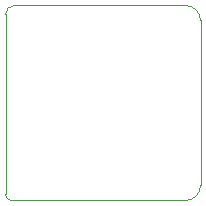
<source format=gbr>
%TF.GenerationSoftware,KiCad,Pcbnew,7.0.10*%
%TF.CreationDate,2024-03-20T18:31:23+01:00*%
%TF.ProjectId,ms404 pot adapter pcb,6d733430-3420-4706-9f74-206164617074,rev?*%
%TF.SameCoordinates,Original*%
%TF.FileFunction,Profile,NP*%
%FSLAX46Y46*%
G04 Gerber Fmt 4.6, Leading zero omitted, Abs format (unit mm)*
G04 Created by KiCad (PCBNEW 7.0.10) date 2024-03-20 18:31:23*
%MOMM*%
%LPD*%
G01*
G04 APERTURE LIST*
%TA.AperFunction,Profile*%
%ADD10C,0.100000*%
%TD*%
G04 APERTURE END LIST*
D10*
X93980000Y-78232000D02*
G75*
G03*
X94488000Y-78740000I508000J0D01*
G01*
X94742000Y-62230000D02*
G75*
G03*
X93980000Y-62992000I0J-762000D01*
G01*
X94488000Y-78740000D02*
X109220000Y-78740000D01*
X109220000Y-78740000D02*
G75*
G03*
X110490000Y-77470000I0J1270000D01*
G01*
X93980000Y-62992000D02*
X93980000Y-78232000D01*
X109220000Y-62230000D02*
X94742000Y-62230000D01*
X110490000Y-77470000D02*
X110490000Y-63500000D01*
X110490000Y-63500000D02*
G75*
G03*
X109220000Y-62230000I-1270000J0D01*
G01*
M02*

</source>
